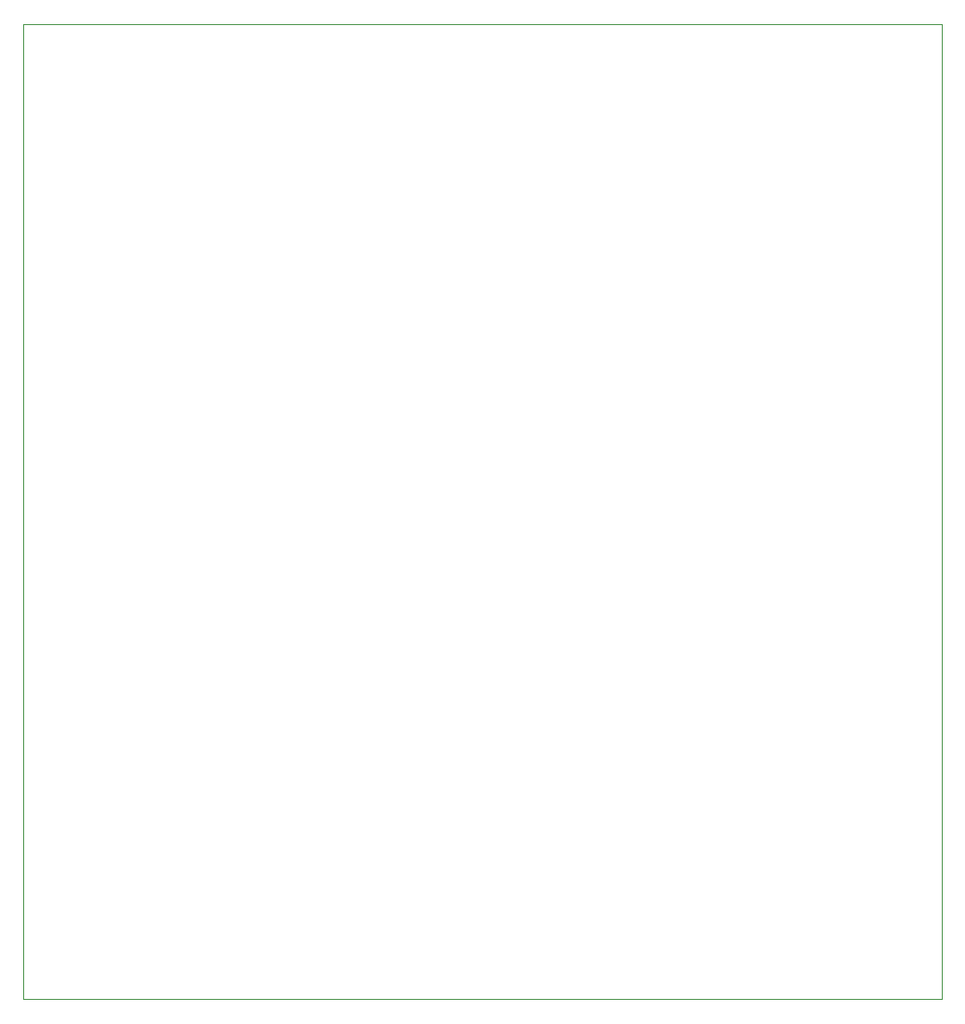
<source format=gm1>
G04 #@! TF.GenerationSoftware,KiCad,Pcbnew,(5.1.6)-1*
G04 #@! TF.CreationDate,2020-06-25T08:25:08+09:00*
G04 #@! TF.ProjectId,NOT___,4e4f5462-d851-42e6-9b69-6361645f7063,rev?*
G04 #@! TF.SameCoordinates,Original*
G04 #@! TF.FileFunction,Profile,NP*
%FSLAX46Y46*%
G04 Gerber Fmt 4.6, Leading zero omitted, Abs format (unit mm)*
G04 Created by KiCad (PCBNEW (5.1.6)-1) date 2020-06-25 08:25:08*
%MOMM*%
%LPD*%
G01*
G04 APERTURE LIST*
G04 #@! TA.AperFunction,Profile*
%ADD10C,0.050000*%
G04 #@! TD*
G04 APERTURE END LIST*
D10*
X98410000Y-32385000D02*
X119365000Y-32385000D01*
X77460000Y-32385000D02*
X98415000Y-32385000D01*
X56510000Y-32385000D02*
X77465000Y-32385000D01*
X119365000Y-103505000D02*
X119365000Y-121285000D01*
X119365000Y-85725000D02*
X119365000Y-103505000D01*
X119365000Y-67945000D02*
X119365000Y-85725000D01*
X119365000Y-50165000D02*
X119365000Y-67945000D01*
X119365000Y-32385000D02*
X119365000Y-50165000D01*
X119365000Y-121285000D02*
X98410000Y-121285000D01*
X98415000Y-121285000D02*
X77460000Y-121285000D01*
X77465000Y-121285000D02*
X56510000Y-121285000D01*
X56515000Y-121285000D02*
X35560000Y-121285000D01*
X35560000Y-121285000D02*
X35560000Y-103505000D01*
X35560000Y-103505000D02*
X35560000Y-85725000D01*
X35560000Y-85725000D02*
X35560000Y-67945000D01*
X35560000Y-67945000D02*
X35560000Y-50165000D01*
X35560000Y-50165000D02*
X35560000Y-32385000D01*
X35560000Y-32385000D02*
X56515000Y-32385000D01*
M02*

</source>
